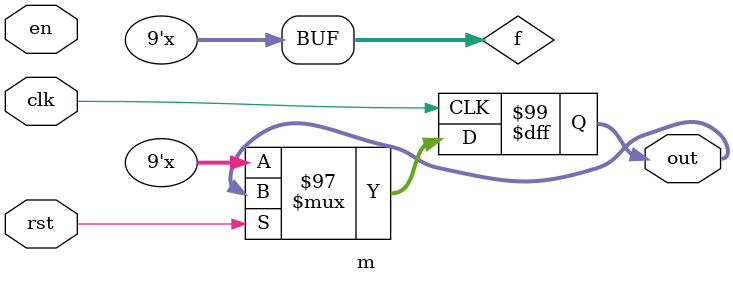
<source format=v>
`timescale 1ns / 1ps

module m(input wire en, clk, rst, output reg[8:0] out);
localparam Idle=2'b00, Op=2'b01, Done=2'b10;
reg[8:0] a,b,f;
reg[1:0] p_state,n_state;

always@(posedge rst, posedge clk)
    if(rst) begin p_state<=Idle; a=3'd0; b=3'd1; end
    else begin p_state<=n_state; out<=f; end
    
always@(p_state, en) begin

    case(p_state)
        Idle:if(en) n_state=Op;
             else n_state=Idle;
        Op:if(en)
               if((a+b)<512) begin
                    f=a+b;
                    a=b;
                    b=f;
               end
               else n_state=Done;
           else n_state=Op;
       Done:begin
            a=0; b=0;
            end
       default:n_state=Idle;
       endcase
     end

endmodule

</source>
